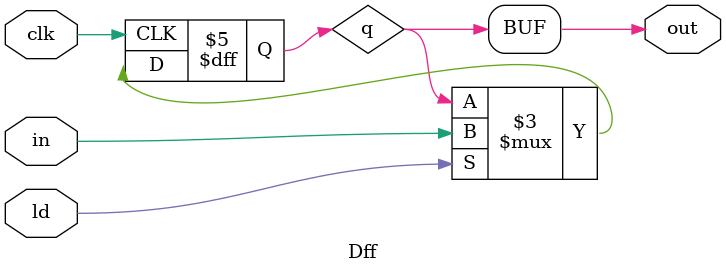
<source format=v>
module Dff(output out, input in, clk, ld);
  reg q;
  assign out=q;
  always @ (posedge clk) begin
    if (ld) begin
      q=in;
    end
  end
endmodule

</source>
